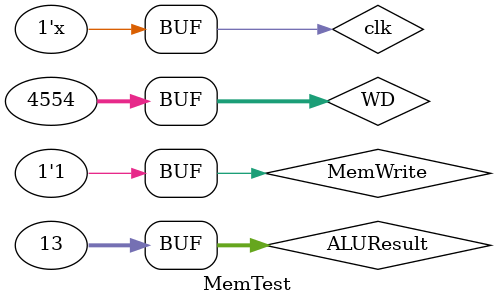
<source format=v>
`timescale 1ns / 1ps


module MemTest;

	// Inputs
	reg clk = 1;
	reg [31:0] ALUResult;
	reg [31:0] WD;
	reg MemWrite;

	// Outputs
	wire [31:0] ReadData;

	// Instantiate the Unit Under Test (UUT)
	Mem uut (
		.clk(clk), 
		.ALUResult(ALUResult), 
		.WD(WD), 
		.MemWrite(MemWrite), 
		.ReadData(ReadData)
	);

	always #5 clk = ~clk;
	
	initial begin
		// Initialize Inputs		
		ALUResult = 32'd12;
		WD = 32'd989;
		MemWrite = 0;
		

		// Wait 100 ns for global reset to finish
		#10;
		
		ALUResult = 32'd12;
		WD = 32'd0;
		MemWrite = 1;
				
		
		#10;
		
		ALUResult = 32'd13;
		WD = 32'd4554;
		MemWrite = 1;
		
		
		#10;
		
		ALUResult = 32'd12;
		WD = 32'd4554;
		MemWrite = 1;

		#10;
		
		ALUResult = 32'd13;
		WD = 32'd4554;
		MemWrite = 1;
				
		
		
        
		// Add stimulus here

	end
      
endmodule


</source>
